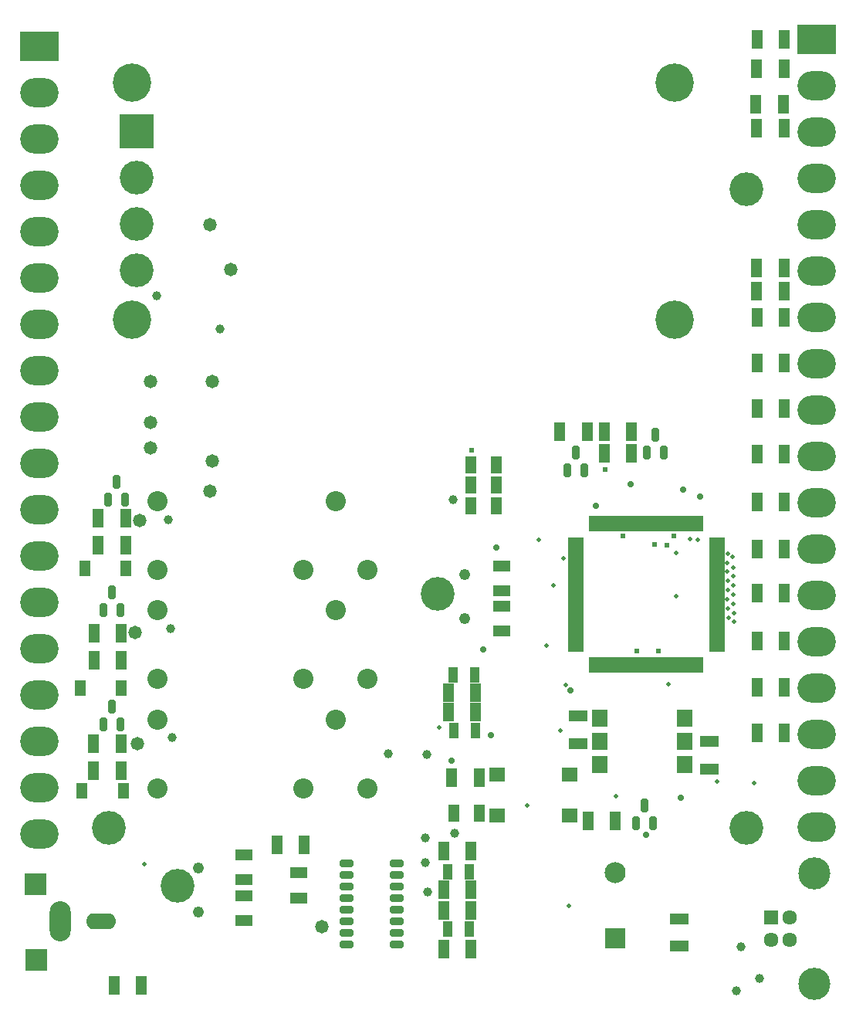
<source format=gts>
G04*
G04 #@! TF.GenerationSoftware,Altium Limited,Altium Designer,22.9.1 (49)*
G04*
G04 Layer_Color=8388736*
%FSLAX44Y44*%
%MOMM*%
G71*
G04*
G04 #@! TF.SameCoordinates,3AF70149-3D4E-492E-B143-9ECFE05FD8F5*
G04*
G04*
G04 #@! TF.FilePolarity,Negative*
G04*
G01*
G75*
%ADD31R,0.5032X1.7032*%
%ADD32R,1.7032X0.5032*%
%ADD33R,1.2432X1.9832*%
%ADD34R,1.9832X1.2432*%
%ADD35R,1.2532X2.0032*%
%ADD36R,2.0032X1.2532*%
%ADD37R,1.7532X1.5032*%
G04:AMPARAMS|DCode=38|XSize=1.4632mm|YSize=0.7932mm|CornerRadius=0.1754mm|HoleSize=0mm|Usage=FLASHONLY|Rotation=90.000|XOffset=0mm|YOffset=0mm|HoleType=Round|Shape=RoundedRectangle|*
%AMROUNDEDRECTD38*
21,1,1.4632,0.4425,0,0,90.0*
21,1,1.1125,0.7932,0,0,90.0*
1,1,0.3507,0.2213,0.5563*
1,1,0.3507,0.2213,-0.5563*
1,1,0.3507,-0.2213,-0.5563*
1,1,0.3507,-0.2213,0.5563*
%
%ADD38ROUNDEDRECTD38*%
%ADD39R,1.7232X1.9832*%
%ADD40R,1.0032X1.7032*%
G04:AMPARAMS|DCode=41|XSize=1.5132mm|YSize=0.8232mm|CornerRadius=0.1791mm|HoleSize=0mm|Usage=FLASHONLY|Rotation=0.000|XOffset=0mm|YOffset=0mm|HoleType=Round|Shape=RoundedRectangle|*
%AMROUNDEDRECTD41*
21,1,1.5132,0.4650,0,0,0.0*
21,1,1.1550,0.8232,0,0,0.0*
1,1,0.3582,0.5775,-0.2325*
1,1,0.3582,-0.5775,-0.2325*
1,1,0.3582,-0.5775,0.2325*
1,1,0.3582,0.5775,0.2325*
%
%ADD41ROUNDEDRECTD41*%
%ADD42R,1.2032X1.7032*%
%ADD43C,3.7032*%
%ADD44R,2.4032X2.4032*%
%ADD45O,3.3032X1.7532*%
%ADD46O,2.3032X4.4032*%
%ADD47C,3.5192*%
%ADD48C,1.6112*%
%ADD49R,1.6112X1.6112*%
%ADD50R,3.7032X3.7032*%
%ADD51C,4.2032*%
%ADD52C,1.2102*%
%ADD53O,4.2032X3.2032*%
%ADD54R,4.2032X3.2032*%
%ADD55R,2.3032X2.3032*%
%ADD56C,2.3032*%
%ADD57C,2.2032*%
%ADD58C,0.5032*%
%ADD59C,0.6032*%
%ADD60C,1.0032*%
%ADD61C,0.7032*%
%ADD62C,1.4732*%
D31*
X748568Y523017D02*
D03*
X743568D02*
D03*
X738568D02*
D03*
X733568D02*
D03*
X728568D02*
D03*
X723568D02*
D03*
X718568D02*
D03*
X713568D02*
D03*
X708568D02*
D03*
X703568D02*
D03*
X698568D02*
D03*
X693568D02*
D03*
X688568D02*
D03*
X683568D02*
D03*
X678568D02*
D03*
X673568D02*
D03*
X668568D02*
D03*
X663568D02*
D03*
X658568D02*
D03*
X653568D02*
D03*
X648568D02*
D03*
X643568D02*
D03*
X638568D02*
D03*
X633568D02*
D03*
X628568D02*
D03*
Y368017D02*
D03*
X633568D02*
D03*
X638568D02*
D03*
X643568D02*
D03*
X648568D02*
D03*
X653568D02*
D03*
X658568D02*
D03*
X663568D02*
D03*
X668568D02*
D03*
X673568D02*
D03*
X678568D02*
D03*
X683568D02*
D03*
X688568D02*
D03*
X693568D02*
D03*
X698568D02*
D03*
X703568D02*
D03*
X708568D02*
D03*
X713568D02*
D03*
X718568D02*
D03*
X723568D02*
D03*
X728568D02*
D03*
X733568D02*
D03*
X738568D02*
D03*
X743568D02*
D03*
X748568D02*
D03*
D32*
X611068Y505517D02*
D03*
Y500517D02*
D03*
Y495517D02*
D03*
Y490517D02*
D03*
Y485517D02*
D03*
Y480517D02*
D03*
Y475517D02*
D03*
Y470517D02*
D03*
Y465517D02*
D03*
Y460517D02*
D03*
Y455517D02*
D03*
Y450517D02*
D03*
Y445517D02*
D03*
Y440517D02*
D03*
Y435517D02*
D03*
Y430517D02*
D03*
Y425517D02*
D03*
Y420517D02*
D03*
Y415517D02*
D03*
Y410517D02*
D03*
Y405517D02*
D03*
Y400517D02*
D03*
Y395517D02*
D03*
Y390517D02*
D03*
Y385517D02*
D03*
X766068D02*
D03*
Y390517D02*
D03*
Y395517D02*
D03*
Y400517D02*
D03*
Y405517D02*
D03*
Y410517D02*
D03*
Y415517D02*
D03*
Y420517D02*
D03*
Y425517D02*
D03*
Y430517D02*
D03*
Y435517D02*
D03*
Y440517D02*
D03*
Y445517D02*
D03*
Y450517D02*
D03*
Y455517D02*
D03*
Y460517D02*
D03*
Y465517D02*
D03*
Y470517D02*
D03*
Y475517D02*
D03*
Y480517D02*
D03*
Y485517D02*
D03*
Y490517D02*
D03*
Y495517D02*
D03*
Y500517D02*
D03*
Y505517D02*
D03*
D33*
X505468Y205756D02*
D03*
X478068D02*
D03*
X523968Y587756D02*
D03*
X496568D02*
D03*
X523968Y565756D02*
D03*
X496568D02*
D03*
X523968Y542756D02*
D03*
X496568D02*
D03*
D34*
X530268Y432956D02*
D03*
Y405556D02*
D03*
Y449556D02*
D03*
Y476956D02*
D03*
X307768Y140456D02*
D03*
Y113056D02*
D03*
X247768Y160456D02*
D03*
Y133056D02*
D03*
Y88056D02*
D03*
Y115456D02*
D03*
D35*
X87768Y499256D02*
D03*
X117768D02*
D03*
X87768Y529256D02*
D03*
X117768D02*
D03*
X82518Y252256D02*
D03*
X112518D02*
D03*
X283750Y170750D02*
D03*
X313750D02*
D03*
X82518Y282256D02*
D03*
X112518D02*
D03*
X105000Y17000D02*
D03*
X135000D02*
D03*
X672518Y623756D02*
D03*
X642518D02*
D03*
X672518Y600756D02*
D03*
X642518D02*
D03*
X505418Y244756D02*
D03*
X475418D02*
D03*
X594000Y624000D02*
D03*
X624000D02*
D03*
X471768Y316756D02*
D03*
X501768D02*
D03*
X496675Y164256D02*
D03*
X466675D02*
D03*
X496675Y56756D02*
D03*
X466675D02*
D03*
X471768Y337756D02*
D03*
X501768D02*
D03*
X654768Y197256D02*
D03*
X624768D02*
D03*
X466675Y98806D02*
D03*
X496675D02*
D03*
X466675Y121756D02*
D03*
X496675D02*
D03*
X82768Y403256D02*
D03*
X112768D02*
D03*
X82768Y373256D02*
D03*
X112768D02*
D03*
X840268Y394256D02*
D03*
X810268D02*
D03*
X840268Y599256D02*
D03*
X810268D02*
D03*
X840268Y446756D02*
D03*
X810268D02*
D03*
X840268Y495456D02*
D03*
X810268D02*
D03*
X840268Y344256D02*
D03*
X810268D02*
D03*
X840268Y699256D02*
D03*
X810268D02*
D03*
X840268Y546756D02*
D03*
X810268D02*
D03*
X840268Y294256D02*
D03*
X810268D02*
D03*
X840268Y749256D02*
D03*
X810268D02*
D03*
X840000Y778000D02*
D03*
X810000D02*
D03*
X840000Y804000D02*
D03*
X810000D02*
D03*
X840000Y957000D02*
D03*
X810000D02*
D03*
X839000Y983000D02*
D03*
X809000D02*
D03*
X840000Y1022000D02*
D03*
X810000D02*
D03*
X840268Y1054256D02*
D03*
X810268D02*
D03*
X840268Y649256D02*
D03*
X810268D02*
D03*
D36*
X725000Y60000D02*
D03*
Y90000D02*
D03*
X758268Y254256D02*
D03*
Y284256D02*
D03*
X614268Y312256D02*
D03*
Y282256D02*
D03*
D37*
X525018Y248256D02*
D03*
Y203256D02*
D03*
X604518Y248256D02*
D03*
Y203256D02*
D03*
D38*
X98309Y549456D02*
D03*
X117309D02*
D03*
X107809Y569056D02*
D03*
X689018Y600956D02*
D03*
X708018D02*
D03*
X698518Y620556D02*
D03*
X602018Y581956D02*
D03*
X621018D02*
D03*
X611518Y601556D02*
D03*
X677268Y194556D02*
D03*
X696268D02*
D03*
X686768Y214156D02*
D03*
X93059Y303256D02*
D03*
X112059D02*
D03*
X102559Y322856D02*
D03*
X93059Y428456D02*
D03*
X112059D02*
D03*
X102559Y448056D02*
D03*
D39*
X730718Y309656D02*
D03*
Y284256D02*
D03*
Y258856D02*
D03*
X637818D02*
D03*
Y284256D02*
D03*
Y309656D02*
D03*
D40*
X477768Y296756D02*
D03*
X501768D02*
D03*
X476768Y357756D02*
D03*
X500768D02*
D03*
X494768Y79256D02*
D03*
X470768D02*
D03*
X494768Y141756D02*
D03*
X470768D02*
D03*
D41*
X415268Y151206D02*
D03*
Y138506D02*
D03*
X360268Y62306D02*
D03*
X415268Y75006D02*
D03*
X360268D02*
D03*
Y100406D02*
D03*
X415268Y62306D02*
D03*
X360268Y87706D02*
D03*
X415268D02*
D03*
Y100406D02*
D03*
Y125806D02*
D03*
X360268Y113106D02*
D03*
Y125806D02*
D03*
Y151206D02*
D03*
X415268Y113106D02*
D03*
X360268Y138506D02*
D03*
D42*
X118018Y474256D02*
D03*
X73018D02*
D03*
X112768Y343256D02*
D03*
X67768D02*
D03*
X115000Y230000D02*
D03*
X70000D02*
D03*
D43*
X460322Y446326D02*
D03*
X174268Y126506D02*
D03*
X129768Y851656D02*
D03*
Y800856D02*
D03*
Y902456D02*
D03*
X799000Y890000D02*
D03*
X798906Y189614D02*
D03*
X99000Y190000D02*
D03*
D44*
X19000Y128000D02*
D03*
X20000Y45000D02*
D03*
D45*
X91000Y87000D02*
D03*
D46*
X46000D02*
D03*
D47*
X872768Y139456D02*
D03*
Y19056D02*
D03*
D48*
X845768Y91756D02*
D03*
Y66756D02*
D03*
X825768D02*
D03*
D49*
Y91756D02*
D03*
D50*
X129768Y953256D02*
D03*
D51*
X719768Y747056D02*
D03*
Y1007056D02*
D03*
X124768D02*
D03*
Y747056D02*
D03*
D52*
X489268Y467656D02*
D03*
Y418856D02*
D03*
X197768Y97356D02*
D03*
Y146156D02*
D03*
D53*
X876018Y191006D02*
D03*
Y1003806D02*
D03*
Y851406D02*
D03*
Y902206D02*
D03*
Y953006D02*
D03*
Y800606D02*
D03*
Y445006D02*
D03*
Y699006D02*
D03*
Y648206D02*
D03*
Y394206D02*
D03*
Y241806D02*
D03*
Y597406D02*
D03*
Y343406D02*
D03*
Y546606D02*
D03*
Y749806D02*
D03*
Y292606D02*
D03*
Y495806D02*
D03*
X23268Y488156D02*
D03*
Y284956D02*
D03*
Y742156D02*
D03*
Y538956D02*
D03*
Y335756D02*
D03*
Y589756D02*
D03*
Y234156D02*
D03*
Y386556D02*
D03*
Y640556D02*
D03*
Y691356D02*
D03*
Y437356D02*
D03*
Y792956D02*
D03*
Y945356D02*
D03*
Y894556D02*
D03*
Y843756D02*
D03*
Y996156D02*
D03*
Y183356D02*
D03*
D54*
X876018Y1054606D02*
D03*
X23268Y1046956D02*
D03*
D55*
X655000Y69000D02*
D03*
D56*
Y141000D02*
D03*
D57*
X152768Y233256D02*
D03*
X347768Y308256D02*
D03*
X312768Y233256D02*
D03*
X382768D02*
D03*
X152768Y308256D02*
D03*
Y353256D02*
D03*
X347768Y428256D02*
D03*
X312768Y353256D02*
D03*
X382768D02*
D03*
X152768Y428256D02*
D03*
Y472756D02*
D03*
X347768Y547756D02*
D03*
X312768Y472756D02*
D03*
X382768D02*
D03*
X152768Y547756D02*
D03*
D58*
X778018Y490617D02*
D03*
X766100Y240506D02*
D03*
X138000Y150000D02*
D03*
X783750Y486750D02*
D03*
X807000Y239000D02*
D03*
X784750Y425500D02*
D03*
X784500Y435317D02*
D03*
X784750Y415606D02*
D03*
X784000Y475417D02*
D03*
Y465617D02*
D03*
X784250Y455400D02*
D03*
Y445500D02*
D03*
X778750Y420417D02*
D03*
X737000Y506500D02*
D03*
X745250Y505417D02*
D03*
X594750Y296750D02*
D03*
X778000Y430417D02*
D03*
X777750Y470617D02*
D03*
X777692Y480417D02*
D03*
X604018Y104006D02*
D03*
X655268Y224506D02*
D03*
X558268Y214256D02*
D03*
X597768Y485506D02*
D03*
X579018Y390006D02*
D03*
X570768Y505506D02*
D03*
X461768Y299756D02*
D03*
X586518Y455256D02*
D03*
X721268Y491506D02*
D03*
X721687Y443712D02*
D03*
X713268Y347506D02*
D03*
X600268Y346756D02*
D03*
X777768Y440506D02*
D03*
X778018Y450506D02*
D03*
X778268Y460506D02*
D03*
D59*
X697500Y500625D02*
D03*
X711000Y499750D02*
D03*
X678768Y383506D02*
D03*
X702268Y383756D02*
D03*
X644018Y582256D02*
D03*
X497268Y603506D02*
D03*
X663518Y510006D02*
D03*
X719018Y509756D02*
D03*
D60*
X787250Y10750D02*
D03*
X812768Y24256D02*
D03*
X792768Y59256D02*
D03*
X152018Y773506D02*
D03*
X168268Y288756D02*
D03*
X167018Y408506D02*
D03*
X164768Y528006D02*
D03*
X448018Y270256D02*
D03*
X405768Y271006D02*
D03*
X221268Y737006D02*
D03*
X477268Y549506D02*
D03*
X478268Y183756D02*
D03*
X446768Y151256D02*
D03*
X448518Y119756D02*
D03*
X446768Y178756D02*
D03*
D61*
X605268Y340506D02*
D03*
X726268Y222756D02*
D03*
X688768Y182256D02*
D03*
X474768Y263256D02*
D03*
X518018Y291506D02*
D03*
X510268Y385256D02*
D03*
X524018Y497506D02*
D03*
X633268Y542756D02*
D03*
X747952Y553019D02*
D03*
X728768Y560756D02*
D03*
X671768Y566506D02*
D03*
D62*
X210018Y851256D02*
D03*
X232768Y801756D02*
D03*
X145268Y606756D02*
D03*
X210268Y559256D02*
D03*
X145268Y634256D02*
D03*
X212768Y591756D02*
D03*
Y679256D02*
D03*
X145268D02*
D03*
X132768Y526756D02*
D03*
X127768Y404256D02*
D03*
X130268Y281756D02*
D03*
X332768Y81756D02*
D03*
M02*

</source>
